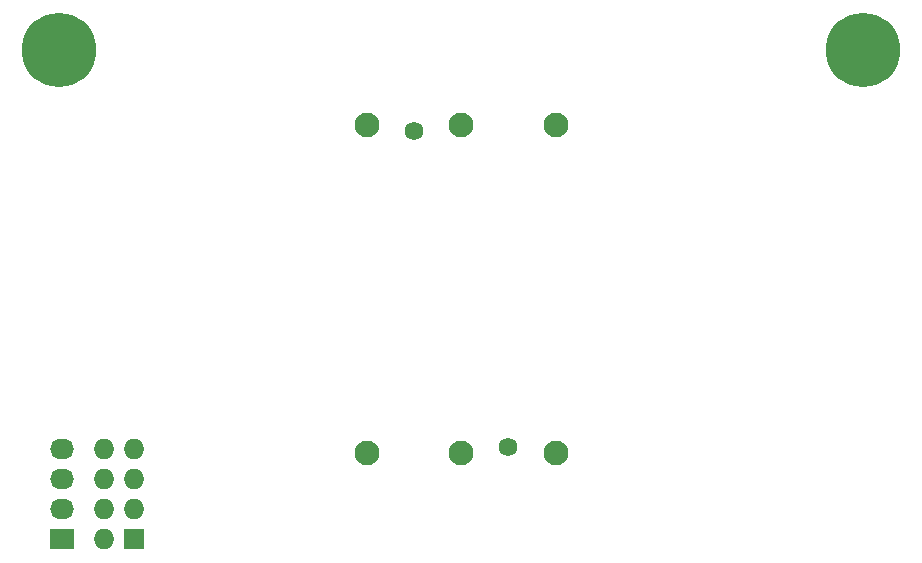
<source format=gbs>
G04 #@! TF.FileFunction,Soldermask,Bot*
%FSLAX46Y46*%
G04 Gerber Fmt 4.6, Leading zero omitted, Abs format (unit mm)*
G04 Created by KiCad (PCBNEW 0.201601071449+6428~40~ubuntu14.04.1-stable) date Tue 29 Mar 2016 02:08:47 BST*
%MOMM*%
G01*
G04 APERTURE LIST*
%ADD10C,0.100000*%
%ADD11C,6.300000*%
%ADD12C,0.600000*%
%ADD13R,2.032000X1.727200*%
%ADD14O,2.032000X1.727200*%
%ADD15R,1.727200X1.727200*%
%ADD16O,1.727200X1.727200*%
%ADD17C,1.588000*%
%ADD18C,2.100000*%
G04 APERTURE END LIST*
D10*
D11*
X224536000Y-82804000D03*
D12*
X224536000Y-80304000D03*
X227036000Y-82804000D03*
X224536000Y-85304000D03*
X222036000Y-82804000D03*
X222736000Y-81004000D03*
X226336000Y-81004000D03*
X222736000Y-84604000D03*
X226336000Y-84604000D03*
D13*
X156718000Y-124206000D03*
D14*
X156718000Y-121666000D03*
X156718000Y-119126000D03*
X156718000Y-116586000D03*
D15*
X162814000Y-124206000D03*
D16*
X160274000Y-124206000D03*
X162814000Y-121666000D03*
X160274000Y-121666000D03*
X162814000Y-119126000D03*
X160274000Y-119126000D03*
X162814000Y-116586000D03*
X160274000Y-116586000D03*
D11*
X156464000Y-82804000D03*
D12*
X156464000Y-80304000D03*
X158964000Y-82804000D03*
X156464000Y-85304000D03*
X153964000Y-82804000D03*
X154664000Y-81004000D03*
X158264000Y-81004000D03*
X154664000Y-84604000D03*
X158264000Y-84604000D03*
D17*
X186500000Y-89650000D03*
X194500000Y-116350000D03*
D18*
X190500000Y-89150000D03*
X198500000Y-89150000D03*
X182500000Y-89150000D03*
X182500000Y-116850000D03*
X190500000Y-116850000D03*
X198500000Y-116850000D03*
M02*

</source>
